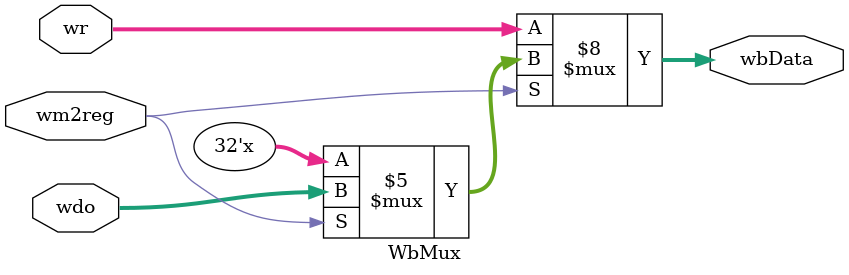
<source format=v>
`timescale 1ns / 1ps

module datapath(
input clk,
output wire[31:0] pc,
output wire[31:0] destinOut,
output wire ewreg,
output wire em2reg,
output wire ewmem,
output wire [3:0] ealuc,
output wire ealuimm,
output wire [4:0] edestReg,
output wire [31:0] eqa,
output wire [31:0] eqb,
output wire [31:0] eimm32,
output wire mwreg,
output wire mm2reg,
output wire [4:0] mdestReg,
output wire [31:0] mr,
output wire [31:0] mqb,
output wire[31:0] mdo,
output wire wwreg, 
output wire wm2reg,
output wire[31:0] wr,
output wire[31:0] wdo 
);
wire[31:0] pc_next;

pc pc_dp(clk, pc_next, pc);

pcAdder pcA_dp(pc, pc_next);

wire[31:0] instOut;

IM IM_dp(pc,instOut);

Ifid If_dp(clk ,instOut, destinOut);

wire regrt, wreg, wmem, aluimm, m2reg;
wire[3:0] aluc;

wire[5:0] op = destinOut[31:26];
wire[5:0] func = destinOut[5:0];

Control Control_dp(op,func,wreg,m2reg,wmem,aluc,aluimm,regrt);

wire[4:0] destReg;
wire[4:0] rt = destinOut[20:16];
wire[4:0] rd = destinOut[15:11];

RegMux Mux_dp(rt,rd,regrt,destReg);

wire[4:0] rs = destinOut[25:21];
wire[31:0] qa;
wire[31:0] qb;
wire[31:0] b;
wire[31:0] r;

wire[4:0] wdestReg;
wire[31:0] wbData;

RegFile Reg_dp(rs,rt,wdestReg,wbData,wwreg,clk,qa,qb);

wire[15:0] imm=destinOut[15:0];
wire[31:0] imm32;
IE IE_dp(imm,imm32);

ID ID_dp(clk,wreg,m2reg,wmem,aluc,aluimm,destReg,qa,qb,imm32,ewreg,em2reg,ewmem,ealuc,ealuimm,edestReg,eqa,eqb,eimm32);


Alu_Mux AM_dp(qb,imm32,aluimm,b);

Alu Alu_dp(qb,b,aluc,r);

EXEMEM EXE_dp(wreg,m2reg,wmem,destReg,r,qb,clk,mwreg, mm2reg, mwmem, mdestReg, mr, mqb);

Data_mem DM_dp(mr,mqb,mwmem,clk, mdo);

MEMWB MEM_dp(mwreg, mm2reg, mdestReg, mr, mdo, clk,wwreg, wm2reg, wdestReg, wr, wdo );

WbMux WbMux(wr,wdo,wm2reg,wbData);

endmodule

module pc(
input clk,
input[31:0] nextpc,
output reg[31:0] pc
);
initial begin
    pc <=100;
end

always @(posedge clk)
    begin
        pc<=nextpc;
    end

endmodule

module IM(
input[31:0] pc,
output reg[31:0] instOut
);
    reg [31:0] memory [0:63];
    
    initial begin
    	memory[0] = 32'hA00000AA;
    	memory[1] = 32'h10000011;
    	memory[2] = 32'h20000022 ;
    	memory[2] = 32'h30000033 ;   	
    	memory[4] = 32'h40000044;
    	memory[5] = 32'h50000055 ;
    	memory[6] = 32'h60000066 ;
    	memory[7] = 32'h70000077 ;
    	memory[8] = 32'h80000088 ;
    	memory[9] = 32'h90000099 ;
    	
    	memory[25]= 32'b10001100001000100000000000000000;//100:   lw $v0, 00($at)
    	memory[26]= 32'b10001100001000110000000000000100;//104:   lw $v1, 04($at)
    	memory[27]= 32'b10001100001001000000000000001000;//108:    lw $4, 08($1)
    	memory[28]= 32'b10001100001001010000000000001100;//112:    lw $5, 12($1) 
    	memory[29]= 32'b00000000010010100011000000100000;//116:    add $6, $2, $10 
    end

always @(*)
    begin
        instOut=memory[pc[31:2]];
    end
endmodule

module pcAdder(
input[31:0] pc,
output reg[31:0] nextpc
);
always @(*)
    begin
        nextpc<=pc+4;
    end
endmodule

module Ifid(
input clk,
input[31:0] instOut,
output reg[31:0] dinstOut
);

always @(posedge clk)
    begin
        dinstOut<=instOut;
    end
endmodule

module Control(
input[5:0] op,
input[5:0] func,
output reg wreg,
output reg m2reg,
output reg wmem,
output reg[3:0] aluc,
output reg aluimm,
output reg regrt
);
always @(*)
    begin
        case(op)
            6'b000000:
                begin
                    case(func)
                        6'b100000: begin //add
                            wreg=1;
                            m2reg=0;
                            wmem=0;
                            aluc=4'b0010;
                            aluimm=0;
                            regrt=0;
                        end
                            
                        6'b100010:  begin //sub
                            wreg =1;
                            m2reg = 0;
                            wmem = 0;
                            aluc = 4'b0110;
                            aluimm = 0;
                            regrt = 0;
                        end
                        
                    endcase
                end
            6'b100011: //lw
                begin
                    wreg =1;
                    m2reg = 1;
                    wmem = 0;
                    aluc = 4'b0010;
                    aluimm = 1;
                    regrt = 1;
                end
            6'b101011: 
                begin
                    wreg =0;
                    m2reg = 0;
                    wmem = 1;
                    aluc = 4'b0010;
                    aluimm = 1;
                    regrt = 1;
                end
        endcase
    end
endmodule

module RegMux(
input[4:0] rt,
input[4:0] rd,
input regrt,
output reg[4:0] dest
);
always @(*)
    begin
        if(regrt==0) dest<=rd;
        else if(regrt==1) dest <= rt;
    end
endmodule

module RegFile(
input[4:0] rs,
input[4:0] rt,
input[3:0] wdestReg,
input[31:0] wbData,
input wwreg,
input clk,
output reg[31:0] qa,
output reg[31:0] qb
);
reg[31:0] intern[0:31];
integer i;
initial begin
    for(i=0;i<32;i=i+1) 
        begin
            intern[i] <= 0;
        end
end
always @(*)
    begin
        qa=intern[rs];
        qb=intern[rt];
    end
always @(negedge clk)
    begin
        if(wwreg==1) intern[wdestReg] <= wbData;
    end

endmodule

module IE(
input[15:0] imm,
output reg[31:0] imm32
);
always @(*)
    begin
        imm32 <= {{16{imm[15]}},imm};
    end
endmodule

module ID(
input clk,
input wreg,
input m2reg,
input wmem,
input [3:0] aluc,
input aluimm,
input[4:0] destReg,
input[31:0] qa,
input[31:0] qb,
input[31:0] imm32,
output reg ewreg,
output reg em2reg,
output reg ewmem,
output reg [3:0] ealuc,
output reg ealuimm,
output reg[4:0] edestReg,
output reg [31:0] eqa,
output reg [31:0] eqb,
output reg [31:0] eimm32
);
always @(posedge clk)
    begin
        ewreg=wreg;
        em2reg=m2reg;
        ewmem=wmem;
        ealuc=aluc;
        ealuimm=aluimm;
        edestReg=destReg;
        eqa=qa;
        eqb=qb;
        eimm32=imm32;
    end
endmodule


module Alu_Mux(
input[31:0] eqb,
input[31:0] eimm32,
input ealuimm,
output reg[31:0] b 
);
always @(*)
    begin
        if(ealuimm==0) b<=eqb;
        else if(ealuimm==1) b <= eimm32;
    end

endmodule

module Alu(
input[31:0] eqa,
input[31:0] b,
input[3:0] ealuc,
output reg[31:0] r 
);
always @ (*) 
begin
	case(ealuc)
	4'b0000: begin
		r = eqa & b;
	end
	4'b0001: begin
		r = eqa | b;
	end
	4'b0010: begin
		r = eqa + b;
	end
	4'b0110: begin
		r = eqa - b;
	end
	4'b0111: begin
		if(eqa < b) begin
			r = 32'd1;
		end

		else begin
			r = 32'd0;
		end
	end
	4'b1100: begin
		r = ~(eqa | b);
	end
	
	endcase

end

endmodule

module EXEMEM(
input ewreg,
input em2reg,
input ewmem,
input[4:0] edestReg,
input [31:0] r,
input [31:0] eqb,
input clock,
output reg mwreg,
output reg mm2reg,
output reg mwmem,
output reg[4:0] mdestReg,
output reg[31:0] mr,
output reg[31:0] mqb 
);
always @(posedge clock)
    begin
        mwreg<=ewreg;
        mm2reg<=em2reg;
        mwmem<=ewmem;
        mdestReg<=edestReg;
        mr<=r;
        mqb<=eqb;
    end

endmodule

module Data_mem(
input[31:0] mr,
input[31:0] mqb,
input mwmem,
input clk,
output reg[31:0] mdo 
);
reg[31:0] mem[63:0];
initial begin 
    	mem[0] = 32'hA00000AA;
    	mem[1] = 32'h10000011;
    	mem[2] = 32'h20000022 ;
    	mem[3] = 32'h30000033 ;   	
    	mem[4] = 32'h40000044;
    	mem[5] = 32'h50000055 ;
    	mem[6] = 32'h60000066 ;
    	mem[7] = 32'h70000077 ;
    	mem[8] = 32'h80000088 ;
    	mem[9] = 32'h90000099 ;
    	
    	mem[25]= 32'b10001100001000100000000000000000;//100:    lw $2, 00($1) 
    	mem[26]= 32'b10001100001000110000000000000100;//104:    lw $3, 04($1)
    	mem[27]= 32'b10001100001001000000000000001000;//108:    lw $4, 08($1)
    	mem[28]= 32'b10001100001001010000000000001100;//112:    lw $5, 12($1)
    	mem[29]= 32'b00000000010010100011000000100000;//116:    add $6, $2, $10 
end
always @(*)
    begin
        mdo=mem[mr[31:2]];
    end
always @(negedge clk)
    begin
        if(mwmem==1) mem[mr[31:2]]=mqb;
    end

endmodule

module MEMWB(
input mwreg,
input mm2reg,
input[4:0] mdestReg,
input [31:0] mr,
input [31:0] mdo,
input clock,
output reg wwreg,
output reg wm2reg,
output reg[4:0] wdestReg,
output reg[31:0] wr,
output reg[31:0] wdo 
);
always @(posedge clock)
    begin
        wwreg<=mwreg;
        wm2reg<=mm2reg;
        wdestReg<=mdestReg;
        wr<=mr;
        wdo<=mdo;
    end

endmodule

module WbMux(
input [31:0] wr,
input [31:0] wdo,
input wm2reg,
output reg[31:0] wbData
);
always @(*)
    begin
        if(wm2reg==0) wbData<=wr;
        else if(wm2reg==1) wbData <= wdo;
    end

endmodule









</source>
